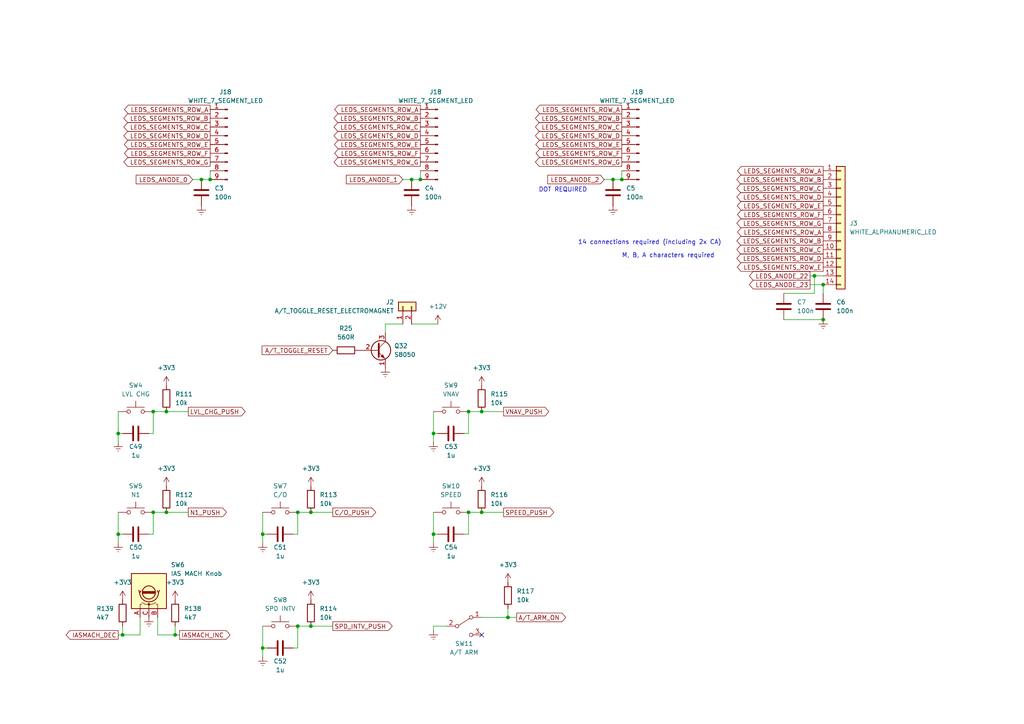
<source format=kicad_sch>
(kicad_sch (version 20230121) (generator eeschema)
  (paper "A4")
  (lib_symbols
    (symbol "Connector:Conn_01x09_Pin" (pin_names (offset 1.016) hide)
      (property "Reference" "J" (at 0 12.7 0))
      (property "Value" "Conn_01x09_Pin" (at 0 -12.7 0))
      (symbol "Conn_01x09_Pin_1_1"
        (polyline (pts (xy 1.27 -10.16) (xy 0.8636 -10.16)) (stroke (width 0.1524)))
        (polyline (pts (xy 1.27 -7.62) (xy 0.8636 -7.62)) (stroke (width 0.1524)))
        (polyline (pts (xy 1.27 -5.08) (xy 0.8636 -5.08)) (stroke (width 0.1524)))
        (polyline (pts (xy 1.27 -2.54) (xy 0.8636 -2.54)) (stroke (width 0.1524)))
        (polyline (pts (xy 1.27 0) (xy 0.8636 0)) (stroke (width 0.1524)))
        (polyline (pts (xy 1.27 2.54) (xy 0.8636 2.54)) (stroke (width 0.1524)))
        (polyline (pts (xy 1.27 5.08) (xy 0.8636 5.08)) (stroke (width 0.1524)))
        (polyline (pts (xy 1.27 7.62) (xy 0.8636 7.62)) (stroke (width 0.1524)))
        (polyline (pts (xy 1.27 10.16) (xy 0.8636 10.16)) (stroke (width 0.1524)))
        (rectangle (start 0.8636 -10.033) (end 0 -10.287) (stroke (width 0.1524)) (fill (type outline)))
        (rectangle (start 0.8636 -7.493) (end 0 -7.747) (stroke (width 0.1524)) (fill (type outline)))
        (rectangle (start 0.8636 -4.953) (end 0 -5.207) (stroke (width 0.1524)) (fill (type outline)))
        (rectangle (start 0.8636 -2.413) (end 0 -2.667) (stroke (width 0.1524)) (fill (type outline)))
        (rectangle (start 0.8636 0.127) (end 0 -0.127) (stroke (width 0.1524)) (fill (type outline)))
        (rectangle (start 0.8636 2.667) (end 0 2.413) (stroke (width 0.1524)) (fill (type outline)))
        (rectangle (start 0.8636 5.207) (end 0 4.953) (stroke (width 0.1524)) (fill (type outline)))
        (rectangle (start 0.8636 7.747) (end 0 7.493) (stroke (width 0.1524)) (fill (type outline)))
        (rectangle (start 0.8636 10.287) (end 0 10.033) (stroke (width 0.1524)) (fill (type outline)))
        (pin passive line (at 5.08 10.16 180) (length 3.81) (name "Pin_1") (number "1"))
        (pin passive line (at 5.08 7.62 180) (length 3.81) (name "Pin_2") (number "2"))
        (pin passive line (at 5.08 5.08 180) (length 3.81) (name "Pin_3") (number "3"))
        (pin passive line (at 5.08 2.54 180) (length 3.81) (name "Pin_4") (number "4"))
        (pin passive line (at 5.08 0 180) (length 3.81) (name "Pin_5") (number "5"))
        (pin passive line (at 5.08 -2.54 180) (length 3.81) (name "Pin_6") (number "6"))
        (pin passive line (at 5.08 -5.08 180) (length 3.81) (name "Pin_7") (number "7"))
        (pin passive line (at 5.08 -7.62 180) (length 3.81) (name "Pin_8") (number "8"))
        (pin passive line (at 5.08 -10.16 180) (length 3.81) (name "Pin_9") (number "9"))
      )
    )
    (symbol "Connector_Generic:Conn_01x02" (pin_names (offset 1.016) hide)
      (property "Reference" "J" (at 0 2.54 0))
      (property "Value" "Conn_01x02" (at 0 -5.08 0))
      (symbol "Conn_01x02_1_1"
        (rectangle (start -1.27 -2.413) (end 0 -2.667) (stroke (width 0.1524)))
        (rectangle (start -1.27 0.127) (end 0 -0.127) (stroke (width 0.1524)))
        (rectangle (start -1.27 1.27) (end 1.27 -3.81) (stroke (width 0.254)) (fill (type background)))
        (pin passive line (at -5.08 0 0) (length 3.81) (name "Pin_1") (number "1"))
        (pin passive line (at -5.08 -2.54 0) (length 3.81) (name "Pin_2") (number "2"))
      )
    )
    (symbol "Connector_Generic:Conn_01x14" (pin_names (offset 1.016) hide)
      (property "Reference" "J" (at 0 17.78 0))
      (property "Value" "Conn_01x14" (at 0 -20.32 0))
      (symbol "Conn_01x14_1_1"
        (rectangle (start -1.27 -17.653) (end 0 -17.907) (stroke (width 0.1524)))
        (rectangle (start -1.27 -15.113) (end 0 -15.367) (stroke (width 0.1524)))
        (rectangle (start -1.27 -12.573) (end 0 -12.827) (stroke (width 0.1524)))
        (rectangle (start -1.27 -10.033) (end 0 -10.287) (stroke (width 0.1524)))
        (rectangle (start -1.27 -7.493) (end 0 -7.747) (stroke (width 0.1524)))
        (rectangle (start -1.27 -4.953) (end 0 -5.207) (stroke (width 0.1524)))
        (rectangle (start -1.27 -2.413) (end 0 -2.667) (stroke (width 0.1524)))
        (rectangle (start -1.27 0.127) (end 0 -0.127) (stroke (width 0.1524)))
        (rectangle (start -1.27 2.667) (end 0 2.413) (stroke (width 0.1524)))
        (rectangle (start -1.27 5.207) (end 0 4.953) (stroke (width 0.1524)))
        (rectangle (start -1.27 7.747) (end 0 7.493) (stroke (width 0.1524)))
        (rectangle (start -1.27 10.287) (end 0 10.033) (stroke (width 0.1524)))
        (rectangle (start -1.27 12.827) (end 0 12.573) (stroke (width 0.1524)))
        (rectangle (start -1.27 15.367) (end 0 15.113) (stroke (width 0.1524)))
        (rectangle (start -1.27 16.51) (end 1.27 -19.05) (stroke (width 0.254)) (fill (type background)))
        (pin passive line (at -5.08 15.24 0) (length 3.81) (name "Pin_1") (number "1"))
        (pin passive line (at -5.08 -7.62 0) (length 3.81) (name "Pin_10") (number "10"))
        (pin passive line (at -5.08 -10.16 0) (length 3.81) (name "Pin_11") (number "11"))
        (pin passive line (at -5.08 -12.7 0) (length 3.81) (name "Pin_12") (number "12"))
        (pin passive line (at -5.08 -15.24 0) (length 3.81) (name "Pin_13") (number "13"))
        (pin passive line (at -5.08 -17.78 0) (length 3.81) (name "Pin_14") (number "14"))
        (pin passive line (at -5.08 12.7 0) (length 3.81) (name "Pin_2") (number "2"))
        (pin passive line (at -5.08 10.16 0) (length 3.81) (name "Pin_3") (number "3"))
        (pin passive line (at -5.08 7.62 0) (length 3.81) (name "Pin_4") (number "4"))
        (pin passive line (at -5.08 5.08 0) (length 3.81) (name "Pin_5") (number "5"))
        (pin passive line (at -5.08 2.54 0) (length 3.81) (name "Pin_6") (number "6"))
        (pin passive line (at -5.08 0 0) (length 3.81) (name "Pin_7") (number "7"))
        (pin passive line (at -5.08 -2.54 0) (length 3.81) (name "Pin_8") (number "8"))
        (pin passive line (at -5.08 -5.08 0) (length 3.81) (name "Pin_9") (number "9"))
      )
    )
    (symbol "Device:C" (pin_numbers hide) (pin_names (offset 0.254))
      (property "Reference" "C" (at 0.635 2.54 0))
      (property "Value" "C" (at 0.635 -2.54 0))
      (symbol "C_0_1"
        (polyline (pts (xy -2.032 -0.762) (xy 2.032 -0.762)) (stroke (width 0.508)))
        (polyline (pts (xy -2.032 0.762) (xy 2.032 0.762)) (stroke (width 0.508)))
      )
      (symbol "C_1_1"
        (pin passive line (at 0 3.81 270) (length 2.794) (name "~") (number "1"))
        (pin passive line (at 0 -3.81 90) (length 2.794) (name "~") (number "2"))
      )
    )
    (symbol "Device:R" (pin_numbers hide) (pin_names (offset 0))
      (property "Reference" "R" (at 2.032 0 90))
      (property "Value" "R" (at 0 0 90))
      (symbol "R_0_1"
        (rectangle (start -1.016 -2.54) (end 1.016 2.54) (stroke (width 0.254)))
      )
      (symbol "R_1_1"
        (pin passive line (at 0 3.81 270) (length 1.27) (name "~") (number "1"))
        (pin passive line (at 0 -3.81 90) (length 1.27) (name "~") (number "2"))
      )
    )
    (symbol "Device:RotaryEncoder" (pin_names (offset 0.254) hide)
      (property "Reference" "SW" (at 0 6.604 0))
      (property "Value" "RotaryEncoder" (at 0 -6.604 0))
      (symbol "RotaryEncoder_0_1"
        (rectangle (start -5.08 5.08) (end 5.08 -5.08) (stroke (width 0.254)) (fill (type background)))
        (circle (center -3.81 0) (radius 0.254) (fill (type outline)))
        (circle (center -0.381 0) (radius 1.905) (stroke (width 0.254)))
        (arc (start -0.381 2.667) (mid -3.0988 -0.0635) (end -0.381 -2.794) (stroke (width 0.254)))
        (polyline (pts (xy -0.635 -1.778) (xy -0.635 1.778)) (stroke (width 0.254)))
        (polyline (pts (xy -0.381 -1.778) (xy -0.381 1.778)) (stroke (width 0.254)))
        (polyline (pts (xy -0.127 1.778) (xy -0.127 -1.778)) (stroke (width 0.254)))
        (polyline (pts (xy -5.08 -2.54) (xy -3.81 -2.54) (xy -3.81 -2.032)))
        (polyline (pts (xy -5.08 2.54) (xy -3.81 2.54) (xy -3.81 2.032)))
        (polyline (pts (xy 0.254 -3.048) (xy -0.508 -2.794) (xy 0.127 -2.413)) (stroke (width 0.254)))
        (polyline (pts (xy 0.254 2.921) (xy -0.508 2.667) (xy 0.127 2.286)) (stroke (width 0.254)))
        (polyline (pts (xy -5.08 0) (xy -3.81 0) (xy -3.81 -1.016) (xy -3.302 -2.032)))
        (polyline (pts (xy -4.318 0) (xy -3.81 0) (xy -3.81 1.016) (xy -3.302 2.032)))
      )
      (symbol "RotaryEncoder_1_1"
        (pin passive line (at -7.62 2.54 0) (length 2.54) (name "A") (number "A"))
        (pin passive line (at -7.62 -2.54 0) (length 2.54) (name "B") (number "B"))
        (pin passive line (at -7.62 0 0) (length 2.54) (name "C") (number "C"))
      )
    )
    (symbol "Switch:SW_Push" (pin_numbers hide) (pin_names (offset 1.016) hide)
      (property "Reference" "SW" (at 1.27 2.54 0))
      (property "Value" "SW_Push" (at 0 -1.524 0))
      (symbol "SW_Push_0_1"
        (circle (center -2.032 0) (radius 0.508))
        (polyline (pts (xy 0 1.27) (xy 0 3.048)))
        (polyline (pts (xy 2.54 1.27) (xy -2.54 1.27)))
        (circle (center 2.032 0) (radius 0.508))
        (pin passive line (at -5.08 0 0) (length 2.54) (name "1") (number "1"))
        (pin passive line (at 5.08 0 180) (length 2.54) (name "2") (number "2"))
      )
    )
    (symbol "Switch:SW_SPDT" (pin_names (offset 0) hide)
      (property "Reference" "SW" (at 0 4.318 0))
      (property "Value" "SW_SPDT" (at 0 -5.08 0))
      (symbol "SW_SPDT_0_0"
        (circle (center -2.032 0) (radius 0.508))
        (circle (center 2.032 -2.54) (radius 0.508))
      )
      (symbol "SW_SPDT_0_1"
        (polyline (pts (xy -1.524 0.254) (xy 1.651 2.286)))
        (circle (center 2.032 2.54) (radius 0.508))
      )
      (symbol "SW_SPDT_1_1"
        (pin passive line (at 5.08 2.54 180) (length 2.54) (name "A") (number "1"))
        (pin passive line (at -5.08 0 0) (length 2.54) (name "B") (number "2"))
        (pin passive line (at 5.08 -2.54 180) (length 2.54) (name "C") (number "3"))
      )
    )
    (symbol "Transistor_BJT:S8050" (pin_names (offset 0) hide)
      (property "Reference" "Q" (at 5.08 1.905 0))
      (property "Value" "S8050" (at 5.08 0 0))
      (symbol "S8050_0_1"
        (polyline (pts (xy 0 0) (xy 0.635 0)))
        (polyline (pts (xy 0.635 0.635) (xy 2.54 2.54)))
        (polyline (pts (xy 0.635 -0.635) (xy 2.54 -2.54) (xy 2.54 -2.54)))
        (polyline (pts (xy 0.635 1.905) (xy 0.635 -1.905) (xy 0.635 -1.905)) (stroke (width 0.508)))
        (polyline (pts (xy 1.27 -1.778) (xy 1.778 -1.27) (xy 2.286 -2.286) (xy 1.27 -1.778) (xy 1.27 -1.778)) (fill (type outline)))
        (circle (center 1.27 0) (radius 2.8194) (stroke (width 0.254)))
      )
      (symbol "S8050_1_1"
        (pin passive line (at 2.54 -5.08 90) (length 2.54) (name "E") (number "1"))
        (pin input line (at -5.08 0 0) (length 5.08) (name "B") (number "2"))
        (pin passive line (at 2.54 5.08 270) (length 2.54) (name "C") (number "3"))
      )
    )
    (symbol "power:+12V" (power) (pin_names (offset 0))
      (property "Value" "+12V" (at 0 3.556 0))
      (symbol "+12V_0_1"
        (polyline (pts (xy -0.762 1.27) (xy 0 2.54)))
        (polyline (pts (xy 0 0) (xy 0 2.54)))
        (polyline (pts (xy 0 2.54) (xy 0.762 1.27)))
      )
      (symbol "+12V_1_1"
        (pin power_in line (at 0 0 90) (length 0) hide (name "+12V") (number "1"))
      )
    )
    (symbol "power:+3V3" (power) (pin_names (offset 0))
      (property "Value" "+3V3" (at 0 3.556 0))
      (symbol "+3V3_0_1"
        (polyline (pts (xy -0.762 1.27) (xy 0 2.54)))
        (polyline (pts (xy 0 0) (xy 0 2.54)))
        (polyline (pts (xy 0 2.54) (xy 0.762 1.27)))
      )
      (symbol "+3V3_1_1"
        (pin power_in line (at 0 0 90) (length 0) hide (name "+3V3") (number "1"))
      )
    )
    (symbol "power:Earth" (power) (pin_names (offset 0))
      (symbol "Earth_0_1"
        (polyline (pts (xy -0.635 -1.905) (xy 0.635 -1.905)))
        (polyline (pts (xy -0.127 -2.54) (xy 0.127 -2.54)))
        (polyline (pts (xy 0 -1.27) (xy 0 0)))
        (polyline (pts (xy 1.27 -1.27) (xy -1.27 -1.27)))
      )
      (symbol "Earth_1_1"
        (pin power_in line (at 0 0 270) (length 0) hide (name "Earth") (number "1"))
      )
    )
  )
  (junction (at 34.29 154.94))
  (junction (at 48.26 148.59))
  (junction (at 60.96 52.07))
  (junction (at 44.45 119.38))
  (junction (at 34.29 125.73))
  (junction (at 236.22 80.01))
  (junction (at 44.45 148.59))
  (junction (at 125.73 154.94))
  (junction (at 135.89 119.38))
  (junction (at 86.36 148.59))
  (junction (at 48.26 119.38))
  (junction (at 177.8 52.07))
  (junction (at 135.89 148.59))
  (junction (at 180.34 52.07))
  (junction (at 121.92 52.07))
  (junction (at 238.76 82.55))
  (junction (at 86.36 181.61))
  (junction (at 139.7 119.38))
  (junction (at 125.73 125.73))
  (junction (at 139.7 148.59))
  (junction (at 90.17 148.59))
  (junction (at 238.76 92.71))
  (junction (at 147.32 179.07))
  (junction (at 50.8 184.15))
  (junction (at 76.2 187.96))
  (junction (at 35.56 184.15))
  (junction (at 76.2 154.94))
  (junction (at 90.17 181.61))
  (junction (at 119.38 52.07))
  (junction (at 58.42 52.07))
  (no_connect (at 139.7 184.15))
  (wire (pts (xy 76.2 181.61) (xy 76.2 187.96)))
  (wire (pts (xy 34.29 148.59) (xy 34.29 154.94)))
  (wire (pts (xy 116.84 52.07) (xy 119.38 52.07)))
  (wire (pts (xy 111.76 93.98) (xy 116.84 93.98)))
  (wire (pts (xy 234.95 80.01) (xy 236.22 80.01)))
  (wire (pts (xy 40.64 184.15) (xy 40.64 179.07)))
  (wire (pts (xy 125.73 125.73) (xy 125.73 128.27)))
  (wire (pts (xy 139.7 119.38) (xy 146.05 119.38)))
  (wire (pts (xy 86.36 181.61) (xy 90.17 181.61)))
  (wire (pts (xy 238.76 82.55) (xy 238.76 85.09)))
  (wire (pts (xy 139.7 148.59) (xy 146.05 148.59)))
  (wire (pts (xy 48.26 148.59) (xy 54.61 148.59)))
  (wire (pts (xy 34.29 154.94) (xy 35.56 154.94)))
  (wire (pts (xy 180.34 49.53) (xy 180.34 52.07)))
  (wire (pts (xy 50.8 184.15) (xy 52.07 184.15)))
  (wire (pts (xy 34.29 125.73) (xy 34.29 128.27)))
  (wire (pts (xy 34.29 154.94) (xy 34.29 157.48)))
  (wire (pts (xy 86.36 187.96) (xy 86.36 181.61)))
  (wire (pts (xy 76.2 187.96) (xy 76.2 190.5)))
  (wire (pts (xy 76.2 187.96) (xy 77.47 187.96)))
  (wire (pts (xy 125.73 119.38) (xy 125.73 125.73)))
  (wire (pts (xy 45.72 179.07) (xy 45.72 184.15)))
  (wire (pts (xy 44.45 148.59) (xy 48.26 148.59)))
  (wire (pts (xy 177.8 52.07) (xy 180.34 52.07)))
  (wire (pts (xy 86.36 154.94) (xy 86.36 148.59)))
  (wire (pts (xy 55.88 52.07) (xy 58.42 52.07)))
  (wire (pts (xy 135.89 148.59) (xy 139.7 148.59)))
  (wire (pts (xy 125.73 182.88) (xy 125.73 181.61)))
  (wire (pts (xy 76.2 148.59) (xy 76.2 154.94)))
  (wire (pts (xy 125.73 125.73) (xy 127 125.73)))
  (wire (pts (xy 48.26 119.38) (xy 54.61 119.38)))
  (wire (pts (xy 147.32 176.53) (xy 147.32 179.07)))
  (wire (pts (xy 121.92 49.53) (xy 121.92 52.07)))
  (wire (pts (xy 45.72 184.15) (xy 50.8 184.15)))
  (wire (pts (xy 227.33 85.09) (xy 236.22 85.09)))
  (wire (pts (xy 234.95 82.55) (xy 238.76 82.55)))
  (wire (pts (xy 134.62 154.94) (xy 135.89 154.94)))
  (wire (pts (xy 50.8 181.61) (xy 50.8 184.15)))
  (wire (pts (xy 34.29 119.38) (xy 34.29 125.73)))
  (wire (pts (xy 35.56 184.15) (xy 40.64 184.15)))
  (wire (pts (xy 236.22 85.09) (xy 236.22 80.01)))
  (wire (pts (xy 125.73 181.61) (xy 129.54 181.61)))
  (wire (pts (xy 76.2 154.94) (xy 77.47 154.94)))
  (wire (pts (xy 90.17 148.59) (xy 96.52 148.59)))
  (wire (pts (xy 149.86 179.07) (xy 147.32 179.07)))
  (wire (pts (xy 34.29 184.15) (xy 35.56 184.15)))
  (wire (pts (xy 135.89 125.73) (xy 135.89 119.38)))
  (wire (pts (xy 236.22 80.01) (xy 238.76 80.01)))
  (wire (pts (xy 90.17 181.61) (xy 96.52 181.61)))
  (wire (pts (xy 119.38 93.98) (xy 127 93.98)))
  (wire (pts (xy 44.45 125.73) (xy 44.45 119.38)))
  (wire (pts (xy 111.76 96.52) (xy 111.76 93.98)))
  (wire (pts (xy 134.62 125.73) (xy 135.89 125.73)))
  (wire (pts (xy 34.29 125.73) (xy 35.56 125.73)))
  (wire (pts (xy 125.73 154.94) (xy 127 154.94)))
  (wire (pts (xy 60.96 49.53) (xy 60.96 52.07)))
  (wire (pts (xy 44.45 119.38) (xy 48.26 119.38)))
  (wire (pts (xy 58.42 52.07) (xy 60.96 52.07)))
  (wire (pts (xy 43.18 154.94) (xy 44.45 154.94)))
  (wire (pts (xy 85.09 187.96) (xy 86.36 187.96)))
  (wire (pts (xy 43.18 125.73) (xy 44.45 125.73)))
  (wire (pts (xy 119.38 52.07) (xy 121.92 52.07)))
  (wire (pts (xy 227.33 92.71) (xy 238.76 92.71)))
  (wire (pts (xy 135.89 119.38) (xy 139.7 119.38)))
  (wire (pts (xy 86.36 148.59) (xy 90.17 148.59)))
  (wire (pts (xy 44.45 154.94) (xy 44.45 148.59)))
  (wire (pts (xy 135.89 154.94) (xy 135.89 148.59)))
  (wire (pts (xy 125.73 154.94) (xy 125.73 157.48)))
  (wire (pts (xy 76.2 154.94) (xy 76.2 157.48)))
  (wire (pts (xy 85.09 154.94) (xy 86.36 154.94)))
  (wire (pts (xy 35.56 181.61) (xy 35.56 184.15)))
  (wire (pts (xy 147.32 179.07) (xy 139.7 179.07)))
  (wire (pts (xy 125.73 148.59) (xy 125.73 154.94)))
  (wire (pts (xy 175.26 52.07) (xy 177.8 52.07)))
  (text "DOT REQUIRED" (at 156.21 55.88 0) (effects (font (size 1.27 1.27)) (justify left bottom)))
  (text "14 connections required (including 2x CA)" (at 167.64 71.12 0) (effects (font (size 1.27 1.27)) (justify left bottom)))
  (text "M, B, A characters required" (at 180.34 74.93 0) (effects (font (size 1.27 1.27)) (justify left bottom)))
  (global_label "LEDS_SEGMENTS_ROW_E" (shape output) (at 238.76 77.47 180) (property "Intersheetrefs" "${INTERSHEET_REFS}" (effects hide)))
  (global_label "LEDS_SEGMENTS_ROW_C" (shape output) (at 121.92 36.83 180) (property "Intersheetrefs" "${INTERSHEET_REFS}" (effects hide)))
  (global_label "SPEED_PUSH" (shape output) (at 146.05 148.59 0) (property "Intersheetrefs" "${INTERSHEET_REFS}" (effects hide)))
  (global_label "LEDS_SEGMENTS_ROW_E" (shape output) (at 60.96 41.91 180) (property "Intersheetrefs" "${INTERSHEET_REFS}" (effects hide)))
  (global_label "SPD_INTV_PUSH" (shape output) (at 96.52 181.61 0) (property "Intersheetrefs" "${INTERSHEET_REFS}" (effects hide)))
  (global_label "LEDS_SEGMENTS_ROW_D" (shape output) (at 238.76 57.15 180) (property "Intersheetrefs" "${INTERSHEET_REFS}" (effects hide)))
  (global_label "LEDS_SEGMENTS_ROW_D" (shape output) (at 60.96 39.37 180) (property "Intersheetrefs" "${INTERSHEET_REFS}" (effects hide)))
  (global_label "N1_PUSH" (shape output) (at 54.61 148.59 0) (property "Intersheetrefs" "${INTERSHEET_REFS}" (effects hide)))
  (global_label "LEDS_SEGMENTS_ROW_F" (shape output) (at 121.92 44.45 180) (property "Intersheetrefs" "${INTERSHEET_REFS}" (effects hide)))
  (global_label "LEDS_SEGMENTS_ROW_E" (shape output) (at 180.34 41.91 180) (property "Intersheetrefs" "${INTERSHEET_REFS}" (effects hide)))
  (global_label "IASMACH_DEC" (shape output) (at 34.29 184.15 180) (property "Intersheetrefs" "${INTERSHEET_REFS}" (effects hide)))
  (global_label "LEDS_SEGMENTS_ROW_B" (shape output) (at 60.96 34.29 180) (property "Intersheetrefs" "${INTERSHEET_REFS}" (effects hide)))
  (global_label "LEDS_SEGMENTS_ROW_E" (shape output) (at 121.92 41.91 180) (property "Intersheetrefs" "${INTERSHEET_REFS}" (effects hide)))
  (global_label "LEDS_SEGMENTS_ROW_B" (shape output) (at 180.34 34.29 180) (property "Intersheetrefs" "${INTERSHEET_REFS}" (effects hide)))
  (global_label "LEDS_SEGMENTS_ROW_G" (shape output) (at 60.96 46.99 180) (property "Intersheetrefs" "${INTERSHEET_REFS}" (effects hide)))
  (global_label "A{slash}T_ARM_ON" (shape output) (at 149.86 179.07 0) (property "Intersheetrefs" "${INTERSHEET_REFS}" (effects hide)))
  (global_label "IASMACH_INC" (shape output) (at 52.07 184.15 0) (property "Intersheetrefs" "${INTERSHEET_REFS}" (effects hide)))
  (global_label "LEDS_ANODE_0" (shape input) (at 55.88 52.07 180) (property "Intersheetrefs" "${INTERSHEET_REFS}" (effects hide)))
  (global_label "LEDS_ANODE_1" (shape input) (at 116.84 52.07 180) (property "Intersheetrefs" "${INTERSHEET_REFS}" (effects hide)))
  (global_label "LEDS_SEGMENTS_ROW_G" (shape output) (at 180.34 46.99 180) (property "Intersheetrefs" "${INTERSHEET_REFS}" (effects hide)))
  (global_label "C{slash}O_PUSH" (shape output) (at 96.52 148.59 0) (property "Intersheetrefs" "${INTERSHEET_REFS}" (effects hide)))
  (global_label "LEDS_SEGMENTS_ROW_B" (shape output) (at 238.76 69.85 180) (property "Intersheetrefs" "${INTERSHEET_REFS}" (effects hide)))
  (global_label "LEDS_SEGMENTS_ROW_F" (shape output) (at 180.34 44.45 180) (property "Intersheetrefs" "${INTERSHEET_REFS}" (effects hide)))
  (global_label "LEDS_SEGMENTS_ROW_G" (shape output) (at 238.76 64.77 180) (property "Intersheetrefs" "${INTERSHEET_REFS}" (effects hide)))
  (global_label "LEDS_SEGMENTS_ROW_B" (shape output) (at 121.92 34.29 180) (property "Intersheetrefs" "${INTERSHEET_REFS}" (effects hide)))
  (global_label "LEDS_SEGMENTS_ROW_A" (shape output) (at 238.76 67.31 180) (property "Intersheetrefs" "${INTERSHEET_REFS}" (effects hide)))
  (global_label "LEDS_SEGMENTS_ROW_C" (shape output) (at 238.76 72.39 180) (property "Intersheetrefs" "${INTERSHEET_REFS}" (effects hide)))
  (global_label "LEDS_SEGMENTS_ROW_C" (shape output) (at 60.96 36.83 180) (property "Intersheetrefs" "${INTERSHEET_REFS}" (effects hide)))
  (global_label "LEDS_SEGMENTS_ROW_G" (shape output) (at 121.92 46.99 180) (property "Intersheetrefs" "${INTERSHEET_REFS}" (effects hide)))
  (global_label "VNAV_PUSH" (shape output) (at 146.05 119.38 0) (property "Intersheetrefs" "${INTERSHEET_REFS}" (effects hide)))
  (global_label "LEDS_SEGMENTS_ROW_A" (shape output) (at 238.76 49.53 180) (property "Intersheetrefs" "${INTERSHEET_REFS}" (effects hide)))
  (global_label "LEDS_SEGMENTS_ROW_A" (shape output) (at 180.34 31.75 180) (property "Intersheetrefs" "${INTERSHEET_REFS}" (effects hide)))
  (global_label "LVL_CHG_PUSH" (shape output) (at 54.61 119.38 0) (property "Intersheetrefs" "${INTERSHEET_REFS}" (effects hide)))
  (global_label "LEDS_ANODE_22" (shape output) (at 234.95 80.01 180) (property "Intersheetrefs" "${INTERSHEET_REFS}" (effects hide)))
  (global_label "LEDS_SEGMENTS_ROW_C" (shape output) (at 238.76 54.61 180) (property "Intersheetrefs" "${INTERSHEET_REFS}" (effects hide)))
  (global_label "LEDS_ANODE_23" (shape output) (at 234.95 82.55 180) (property "Intersheetrefs" "${INTERSHEET_REFS}" (effects hide)))
  (global_label "LEDS_SEGMENTS_ROW_D" (shape output) (at 180.34 39.37 180) (property "Intersheetrefs" "${INTERSHEET_REFS}" (effects hide)))
  (global_label "LEDS_SEGMENTS_ROW_A" (shape output) (at 121.92 31.75 180) (property "Intersheetrefs" "${INTERSHEET_REFS}" (effects hide)))
  (global_label "LEDS_SEGMENTS_ROW_F" (shape output) (at 238.76 62.23 180) (property "Intersheetrefs" "${INTERSHEET_REFS}" (effects hide)))
  (global_label "LEDS_ANODE_2" (shape input) (at 175.26 52.07 180) (property "Intersheetrefs" "${INTERSHEET_REFS}" (effects hide)))
  (global_label "LEDS_SEGMENTS_ROW_B" (shape output) (at 238.76 52.07 180) (property "Intersheetrefs" "${INTERSHEET_REFS}" (effects hide)))
  (global_label "LEDS_SEGMENTS_ROW_C" (shape output) (at 180.34 36.83 180) (property "Intersheetrefs" "${INTERSHEET_REFS}" (effects hide)))
  (global_label "LEDS_SEGMENTS_ROW_A" (shape output) (at 60.96 31.75 180) (property "Intersheetrefs" "${INTERSHEET_REFS}" (effects hide)))
  (global_label "LEDS_SEGMENTS_ROW_D" (shape output) (at 121.92 39.37 180) (property "Intersheetrefs" "${INTERSHEET_REFS}" (effects hide)))
  (global_label "LEDS_SEGMENTS_ROW_D" (shape output) (at 238.76 74.93 180) (property "Intersheetrefs" "${INTERSHEET_REFS}" (effects hide)))
  (global_label "LEDS_SEGMENTS_ROW_F" (shape output) (at 60.96 44.45 180) (property "Intersheetrefs" "${INTERSHEET_REFS}" (effects hide)))
  (global_label "LEDS_SEGMENTS_ROW_E" (shape output) (at 238.76 59.69 180) (property "Intersheetrefs" "${INTERSHEET_REFS}" (effects hide)))
  (global_label "A{slash}T_TOGGLE_RESET" (shape input) (at 96.52 101.6 180) (property "Intersheetrefs" "${INTERSHEET_REFS}" (effects hide)))
  (symbol (lib_id "Device:R") (at 90.17 177.8 0) (unit 1)
    (property "Reference" "R114" (at 92.71 176.5299 0) (effects (justify left)))
    (property "Value" "10k" (at 92.71 179.0699 0) (effects (justify left)))
    (property "Footprint" "Resistor_SMD:R_0402_1005Metric" (effects hide))
  )
  (symbol (lib_id "power:+3V3") (at 48.26 111.76 0) (unit 1)
    (property "Reference" "#PWR0128" (effects hide))
    (property "Value" "+3V3" (at 48.26 106.68 0))
  )
  (symbol (lib_id "Switch:SW_SPDT") (at 134.62 181.61 0) (unit 1)
    (property "Reference" "SW11" (at 134.62 186.69 0))
    (property "Value" "A/T ARM" (at 134.62 189.23 0))
    (property "Footprint" "Connector_PinHeader_2.54mm:PinHeader_1x02_P2.54mm_Vertical" (effects hide))
  )
  (symbol (lib_id "Device:C") (at 227.33 88.9 0) (unit 1)
    (property "Reference" "C7" (at 231.14 87.63 0) (effects (justify left)))
    (property "Value" "100n" (at 231.14 90.17 0) (effects (justify left)))
    (property "Footprint" "Capacitor_SMD:C_0402_1005Metric" (effects hide))
  )
  (symbol (lib_id "Connector_Generic:Conn_01x02") (at 116.84 88.9 90) (unit 1)
    (property "Reference" "J2" (at 114.3 87.63 90) (effects (justify left)))
    (property "Value" "A/T_TOGGLE_RESET_ELECTROMAGNET" (at 114.3 90.17 90) (effects (justify left)))
    (property "Footprint" "Connector_PinHeader_2.54mm:PinHeader_1x02_P2.54mm_Vertical" (effects hide))
  )
  (symbol (lib_id "Device:C") (at 130.81 125.73 270) (unit 1)
    (property "Reference" "C53" (at 130.81 129.54 90))
    (property "Value" "1u" (at 130.81 132.08 90))
    (property "Footprint" "Capacitor_SMD:C_0402_1005Metric" (effects hide))
  )
  (symbol (lib_id "power:+3V3") (at 90.17 173.99 0) (unit 1)
    (property "Reference" "#PWR0124" (effects hide))
    (property "Value" "+3V3" (at 90.17 168.91 0))
  )
  (symbol (lib_id "power:Earth") (at 238.76 92.71 0) (unit 1)
    (property "Reference" "#PWR049" (effects hide))
    (property "Value" "Earth" (effects hide))
    (instances (project "mcpElectronicsv2" (path "" (reference "#PWR049") (unit 1)) (path "" (reference "#PWR021") (unit 1))))
  )
  (symbol (lib_id "Connector:Conn_01x09_Pin") (at 66.04 41.91 0) (mirror y) (unit 1)
    (property "Reference" "J18" (at 65.405 26.67 0))
    (property "Value" "WHITE_7_SEGMENT_LED" (at 65.405 29.21 0))
    (property "Footprint" "Connector_PinHeader_2.54mm:PinHeader_1x09_P2.54mm_Vertical" (effects hide))
    (instances (project "mcpElectronicsv2" (path "" (reference "J18") (unit 1)) (path "" (reference "J24") (unit 1))))
  )
  (symbol (lib_id "Device:C") (at 177.8 55.88 0) (unit 1)
    (property "Reference" "C5" (at 181.61 54.61 0) (effects (justify left)))
    (property "Value" "100n" (at 181.61 57.15 0) (effects (justify left)))
    (property "Footprint" "Capacitor_SMD:C_0402_1005Metric" (effects hide))
    (instances (project "mcpElectronicsv2" (path "" (reference "C5") (unit 1)) (path "" (reference "C8") (unit 1))))
  )
  (symbol (lib_id "power:+3V3") (at 139.7 111.76 0) (unit 1)
    (property "Reference" "#PWR0118" (effects hide))
    (property "Value" "+3V3" (at 139.7 106.68 0))
  )
  (symbol (lib_id "power:+12V") (at 127 93.98 0) (unit 1)
    (property "Reference" "#PWR03" (effects hide))
    (property "Value" "+12V" (at 127 88.9 0))
  )
  (symbol (lib_id "power:Earth") (at 34.29 157.48 0) (unit 1)
    (property "Reference" "#PWR0130" (effects hide))
    (property "Value" "Earth" (effects hide))
  )
  (symbol (lib_id "Device:C") (at 81.28 154.94 270) (unit 1)
    (property "Reference" "C51" (at 81.28 158.75 90))
    (property "Value" "1u" (at 81.28 161.29 90))
    (property "Footprint" "Capacitor_SMD:C_0402_1005Metric" (effects hide))
  )
  (symbol (lib_id "Device:R") (at 100.33 101.6 90) (unit 1)
    (property "Reference" "R25" (at 100.33 95.25 90))
    (property "Value" "560R" (at 100.33 97.79 90))
    (property "Footprint" "Resistor_SMD:R_0402_1005Metric" (effects hide))
    (instances (project "mcpElectronicsv2" (path "" (reference "R25") (unit 1)) (path "" (reference "R56") (unit 1))))
  )
  (symbol (lib_id "Connector:Conn_01x09_Pin") (at 127 41.91 0) (mirror y) (unit 1)
    (property "Reference" "J18" (at 126.365 26.67 0))
    (property "Value" "WHITE_7_SEGMENT_LED" (at 126.365 29.21 0))
    (property "Footprint" "Connector_PinHeader_2.54mm:PinHeader_1x09_P2.54mm_Vertical" (effects hide))
    (instances (project "mcpElectronicsv2" (path "" (reference "J18") (unit 1)) (path "" (reference "J25") (unit 1))))
  )
  (symbol (lib_id "Switch:SW_Push") (at 130.81 148.59 0) (unit 1)
    (property "Reference" "SW10" (at 130.81 140.97 0))
    (property "Value" "SPEED" (at 130.81 143.51 0))
    (property "Footprint" "Connector_PinHeader_2.54mm:PinHeader_1x02_P2.54mm_Vertical" (effects hide))
  )
  (symbol (lib_id "Device:R") (at 139.7 144.78 0) (unit 1)
    (property "Reference" "R116" (at 142.24 143.5099 0) (effects (justify left)))
    (property "Value" "10k" (at 142.24 146.0499 0) (effects (justify left)))
    (property "Footprint" "Resistor_SMD:R_0402_1005Metric" (effects hide))
  )
  (symbol (lib_id "Device:R") (at 48.26 144.78 0) (unit 1)
    (property "Reference" "R112" (at 50.8 143.5099 0) (effects (justify left)))
    (property "Value" "10k" (at 50.8 146.0499 0) (effects (justify left)))
    (property "Footprint" "Resistor_SMD:R_0402_1005Metric" (effects hide))
  )
  (symbol (lib_id "Device:C") (at 39.37 125.73 270) (unit 1)
    (property "Reference" "C49" (at 39.37 129.54 90))
    (property "Value" "1u" (at 39.37 132.08 90))
    (property "Footprint" "Capacitor_SMD:C_0402_1005Metric" (effects hide))
  )
  (symbol (lib_id "Device:C") (at 39.37 154.94 270) (unit 1)
    (property "Reference" "C50" (at 39.37 158.75 90))
    (property "Value" "1u" (at 39.37 161.29 90))
    (property "Footprint" "Capacitor_SMD:C_0402_1005Metric" (effects hide))
  )
  (symbol (lib_id "Device:R") (at 90.17 144.78 0) (unit 1)
    (property "Reference" "R113" (at 92.71 143.5099 0) (effects (justify left)))
    (property "Value" "10k" (at 92.71 146.0499 0) (effects (justify left)))
    (property "Footprint" "Resistor_SMD:R_0402_1005Metric" (effects hide))
  )
  (symbol (lib_id "power:Earth") (at 58.42 59.69 0) (unit 1)
    (property "Reference" "#PWR049" (effects hide))
    (property "Value" "Earth" (effects hide))
    (instances (project "mcpElectronicsv2" (path "" (reference "#PWR049") (unit 1)) (path "" (reference "#PWR015") (unit 1)) (path "" (reference "#PWR023") (unit 1))))
  )
  (symbol (lib_id "Device:R") (at 139.7 115.57 0) (unit 1)
    (property "Reference" "R115" (at 142.24 114.2999 0) (effects (justify left)))
    (property "Value" "10k" (at 142.24 116.8399 0) (effects (justify left)))
    (property "Footprint" "Resistor_SMD:R_0402_1005Metric" (effects hide))
  )
  (symbol (lib_id "power:+3V3") (at 48.26 140.97 0) (unit 1)
    (property "Reference" "#PWR0132" (effects hide))
    (property "Value" "+3V3" (at 48.26 135.89 0))
  )
  (symbol (lib_id "Device:C") (at 58.42 55.88 0) (unit 1)
    (property "Reference" "C3" (at 62.23 54.61 0) (effects (justify left)))
    (property "Value" "100n" (at 62.23 57.15 0) (effects (justify left)))
    (property "Footprint" "Capacitor_SMD:C_0402_1005Metric" (effects hide))
    (instances (project "mcpElectronicsv2" (path "" (reference "C3") (unit 1)) (path "" (reference "C8") (unit 1))))
  )
  (symbol (lib_id "power:Earth") (at 111.76 106.68 0) (unit 1)
    (property "Reference" "#PWR049" (effects hide))
    (property "Value" "Earth" (effects hide))
    (instances (project "mcpElectronicsv2" (path "" (reference "#PWR049") (unit 1)) (path "" (reference "#PWR01") (unit 1))))
  )
  (symbol (lib_id "Device:C") (at 238.76 88.9 0) (unit 1)
    (property "Reference" "C6" (at 242.57 87.63 0) (effects (justify left)))
    (property "Value" "100n" (at 242.57 90.17 0) (effects (justify left)))
    (property "Footprint" "Capacitor_SMD:C_0402_1005Metric" (effects hide))
  )
  (symbol (lib_id "Switch:SW_Push") (at 39.37 119.38 0) (unit 1)
    (property "Reference" "SW4" (at 39.37 111.76 0))
    (property "Value" "LVL CHG" (at 39.37 114.3 0))
    (property "Footprint" "Connector_PinHeader_2.54mm:PinHeader_1x02_P2.54mm_Vertical" (effects hide))
  )
  (symbol (lib_id "Connector:Conn_01x09_Pin") (at 185.42 41.91 0) (mirror y) (unit 1)
    (property "Reference" "J18" (at 184.785 26.67 0))
    (property "Value" "WHITE_7_SEGMENT_LED" (at 184.785 29.21 0))
    (property "Footprint" "Connector_PinHeader_2.54mm:PinHeader_1x09_P2.54mm_Vertical" (effects hide))
    (instances (project "mcpElectronicsv2" (path "" (reference "J18") (unit 1)) (path "" (reference "J26") (unit 1))))
  )
  (symbol (lib_id "power:+3V3") (at 139.7 140.97 0) (unit 1)
    (property "Reference" "#PWR0120" (effects hide))
    (property "Value" "+3V3" (at 139.7 135.89 0))
  )
  (symbol (lib_id "power:Earth") (at 76.2 190.5 0) (unit 1)
    (property "Reference" "#PWR0125" (effects hide))
    (property "Value" "Earth" (effects hide))
  )
  (symbol (lib_id "Transistor_BJT:S8050") (at 109.22 101.6 0) (unit 1)
    (property "Reference" "Q32" (at 114.3 100.33 0) (effects (justify left)))
    (property "Value" "S8050" (at 114.3 102.87 0) (effects (justify left)))
    (property "Footprint" "Package_TO_SOT_THT:TO-92_Inline" (effects hide))
    (property "Datasheet" "http://www.unisonic.com.tw/datasheet/S8050.pdf" (effects hide))
  )
  (symbol (lib_id "power:Earth") (at 125.73 157.48 0) (unit 1)
    (property "Reference" "#PWR0119" (effects hide))
    (property "Value" "Earth" (effects hide))
  )
  (symbol (lib_id "power:Earth") (at 125.73 128.27 0) (unit 1)
    (property "Reference" "#PWR0122" (effects hide))
    (property "Value" "Earth" (effects hide))
  )
  (symbol (lib_id "Connector_Generic:Conn_01x14") (at 243.84 64.77 0) (unit 1)
    (property "Reference" "J3" (at 246.38 64.77 0) (effects (justify left)))
    (property "Value" "WHITE_ALPHANUMERIC_LED" (at 246.38 67.31 0) (effects (justify left)))
    (property "Footprint" "Connector_PinHeader_2.54mm:PinHeader_1x14_P2.54mm_Vertical" (effects hide))
  )
  (symbol (lib_id "power:+3V3") (at 90.17 140.97 0) (unit 1)
    (property "Reference" "#PWR0126" (effects hide))
    (property "Value" "+3V3" (at 90.17 135.89 0))
  )
  (symbol (lib_id "power:Earth") (at 125.73 182.88 0) (unit 1)
    (property "Reference" "#PWR0123" (effects hide))
    (property "Value" "Earth" (effects hide))
  )
  (symbol (lib_id "Device:R") (at 147.32 172.72 0) (unit 1)
    (property "Reference" "R117" (at 149.86 171.4499 0) (effects (justify left)))
    (property "Value" "10k" (at 149.86 173.9899 0) (effects (justify left)))
    (property "Footprint" "Resistor_SMD:R_0402_1005Metric" (effects hide))
  )
  (symbol (lib_id "power:+3V3") (at 35.56 173.99 0) (unit 1)
    (property "Reference" "#PWR0168" (effects hide))
    (property "Value" "+3V3" (at 35.56 168.91 0))
  )
  (symbol (lib_id "power:Earth") (at 34.29 128.27 0) (unit 1)
    (property "Reference" "#PWR0131" (effects hide))
    (property "Value" "Earth" (effects hide))
  )
  (symbol (lib_id "power:Earth") (at 76.2 157.48 0) (unit 1)
    (property "Reference" "#PWR0127" (effects hide))
    (property "Value" "Earth" (effects hide))
  )
  (symbol (lib_id "Device:R") (at 35.56 177.8 0) (unit 1)
    (property "Reference" "R139" (at 27.94 176.53 0) (effects (justify left)))
    (property "Value" "4k7" (at 27.94 179.07 0) (effects (justify left)))
    (property "Footprint" "Resistor_SMD:R_0402_1005Metric" (effects hide))
  )
  (symbol (lib_id "power:+3V3") (at 50.8 173.99 0) (unit 1)
    (property "Reference" "#PWR0107" (effects hide))
    (property "Value" "+3V3" (at 50.8 168.91 0))
  )
  (symbol (lib_id "power:Earth") (at 119.38 59.69 0) (unit 1)
    (property "Reference" "#PWR049" (effects hide))
    (property "Value" "Earth" (effects hide))
    (instances (project "mcpElectronicsv2" (path "" (reference "#PWR049") (unit 1)) (path "" (reference "#PWR017") (unit 1)) (path "" (reference "#PWR023") (unit 1))))
  )
  (symbol (lib_id "Switch:SW_Push") (at 130.81 119.38 0) (unit 1)
    (property "Reference" "SW9" (at 130.81 111.76 0))
    (property "Value" "VNAV" (at 130.81 114.3 0))
    (property "Footprint" "Connector_PinHeader_2.54mm:PinHeader_1x02_P2.54mm_Vertical" (effects hide))
  )
  (symbol (lib_id "power:Earth") (at 43.18 179.07 0) (unit 1)
    (property "Reference" "#PWR0129" (effects hide))
    (property "Value" "Earth" (effects hide))
  )
  (symbol (lib_id "Device:C") (at 119.38 55.88 0) (unit 1)
    (property "Reference" "C4" (at 123.19 54.61 0) (effects (justify left)))
    (property "Value" "100n" (at 123.19 57.15 0) (effects (justify left)))
    (property "Footprint" "Capacitor_SMD:C_0402_1005Metric" (effects hide))
    (instances (project "mcpElectronicsv2" (path "" (reference "C4") (unit 1)) (path "" (reference "C8") (unit 1))))
  )
  (symbol (lib_id "Device:C") (at 81.28 187.96 270) (unit 1)
    (property "Reference" "C52" (at 81.28 191.77 90))
    (property "Value" "1u" (at 81.28 194.31 90))
    (property "Footprint" "Capacitor_SMD:C_0402_1005Metric" (effects hide))
  )
  (symbol (lib_id "Switch:SW_Push") (at 81.28 181.61 0) (unit 1)
    (property "Reference" "SW8" (at 81.28 173.99 0))
    (property "Value" "SPD INTV" (at 81.28 176.53 0))
    (property "Footprint" "Connector_PinHeader_2.54mm:PinHeader_1x02_P2.54mm_Vertical" (effects hide))
  )
  (symbol (lib_id "Device:C") (at 130.81 154.94 270) (unit 1)
    (property "Reference" "C54" (at 130.81 158.75 90))
    (property "Value" "1u" (at 130.81 161.29 90))
    (property "Footprint" "Capacitor_SMD:C_0402_1005Metric" (effects hide))
  )
  (symbol (lib_id "power:+3V3") (at 147.32 168.91 0) (unit 1)
    (property "Reference" "#PWR0121" (effects hide))
    (property "Value" "+3V3" (at 147.32 163.83 0))
  )
  (symbol (lib_id "Switch:SW_Push") (at 81.28 148.59 0) (unit 1)
    (property "Reference" "SW7" (at 81.28 140.97 0))
    (property "Value" "C/O" (at 81.28 143.51 0))
    (property "Footprint" "Connector_PinHeader_2.54mm:PinHeader_1x02_P2.54mm_Vertical" (effects hide))
  )
  (symbol (lib_id "Device:RotaryEncoder") (at 43.18 171.45 90) (unit 1)
    (property "Reference" "SW6" (at 49.53 163.83 90) (effects (justify right)))
    (property "Value" "IAS MACH Knob" (at 49.53 166.37 90) (effects (justify right)))
    (property "Footprint" "Connector_PinHeader_2.54mm:PinHeader_1x03_P2.54mm_Vertical" (effects hide))
  )
  (symbol (lib_id "Device:R") (at 48.26 115.57 0) (unit 1)
    (property "Reference" "R111" (at 50.8 114.2999 0) (effects (justify left)))
    (property "Value" "10k" (at 50.8 116.8399 0) (effects (justify left)))
    (property "Footprint" "Resistor_SMD:R_0402_1005Metric" (effects hide))
  )
  (symbol (lib_id "power:Earth") (at 177.8 59.69 0) (unit 1)
    (property "Reference" "#PWR049" (effects hide))
    (property "Value" "Earth" (effects hide))
    (instances (project "mcpElectronicsv2" (path "" (reference "#PWR049") (unit 1)) (path "" (reference "#PWR019") (unit 1)) (path "" (reference "#PWR023") (unit 1))))
  )
  (symbol (lib_id "Switch:SW_Push") (at 39.37 148.59 0) (unit 1)
    (property "Reference" "SW5" (at 39.37 140.97 0))
    (property "Value" "N1" (at 39.37 143.51 0))
    (property "Footprint" "Connector_PinHeader_2.54mm:PinHeader_1x02_P2.54mm_Vertical" (effects hide))
  )
  (symbol (lib_id "Device:R") (at 50.8 177.8 0) (unit 1)
    (property "Reference" "R138" (at 53.34 176.53 0) (effects (justify left)))
    (property "Value" "4k7" (at 53.34 179.07 0) (effects (justify left)))
    (property "Footprint" "Resistor_SMD:R_0402_1005Metric" (effects hide))
  )
)
</source>
